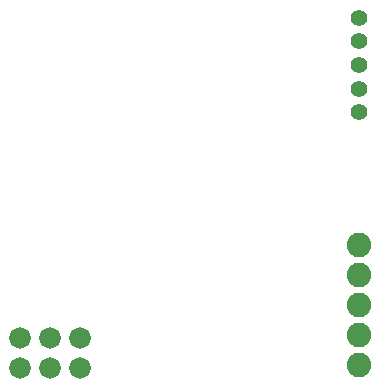
<source format=gbs>
G75*
G70*
%OFA0B0*%
%FSLAX24Y24*%
%IPPOS*%
%LPD*%
%AMOC8*
5,1,8,0,0,1.08239X$1,22.5*
%
%ADD10C,0.0720*%
%ADD11C,0.0820*%
%ADD12C,0.0556*%
D10*
X007600Y001000D03*
X008600Y001000D03*
X009600Y001000D03*
X009600Y002000D03*
X008600Y002000D03*
X007600Y002000D03*
D11*
X018900Y002100D03*
X018900Y001100D03*
X018900Y003100D03*
X018900Y004100D03*
X018900Y005100D03*
D12*
X018906Y009525D03*
X018906Y010313D03*
X018906Y011100D03*
X018906Y011887D03*
X018906Y012675D03*
M02*

</source>
